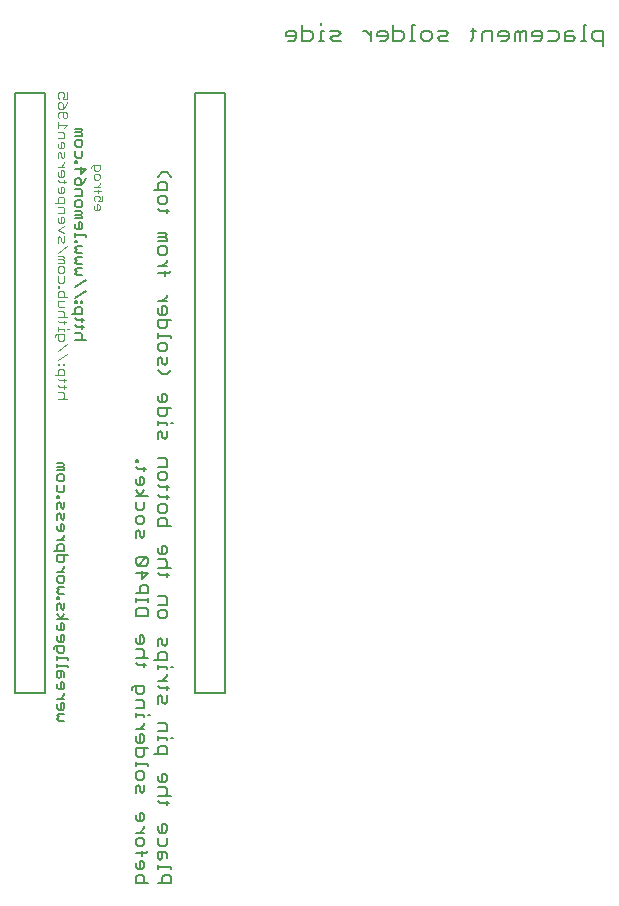
<source format=gbr>
G04 EAGLE Gerber RS-274X export*
G75*
%MOMM*%
%FSLAX34Y34*%
%LPD*%
%INSilkscreen Bottom*%
%IPPOS*%
%AMOC8*
5,1,8,0,0,1.08239X$1,22.5*%
G01*
%ADD10C,0.101600*%
%ADD11C,0.203200*%
%ADD12C,0.127000*%
%ADD13C,0.177800*%


D10*
X98457Y413260D02*
X98457Y410930D01*
X99622Y409766D01*
X101952Y409766D01*
X103117Y410930D01*
X103117Y413260D01*
X101952Y414425D01*
X100787Y414425D01*
X100787Y409766D01*
X105447Y417132D02*
X105447Y421792D01*
X105447Y417132D02*
X101952Y417132D01*
X103117Y419462D01*
X103117Y420627D01*
X101952Y421792D01*
X99622Y421792D01*
X98457Y420627D01*
X98457Y418297D01*
X99622Y417132D01*
X98457Y425663D02*
X104282Y425663D01*
X105447Y426828D01*
X101952Y426828D02*
X101952Y424498D01*
X103117Y429409D02*
X98457Y429409D01*
X100787Y429409D02*
X103117Y431739D01*
X103117Y432904D01*
X98457Y436712D02*
X98457Y439042D01*
X99622Y440207D01*
X101952Y440207D01*
X103117Y439042D01*
X103117Y436712D01*
X101952Y435547D01*
X99622Y435547D01*
X98457Y436712D01*
X96127Y445244D02*
X96127Y446409D01*
X97292Y447574D01*
X103117Y447574D01*
X103117Y444079D01*
X101952Y442914D01*
X99622Y442914D01*
X98457Y444079D01*
X98457Y447574D01*
D11*
X152781Y-160252D02*
X163458Y-160252D01*
X163458Y-154913D01*
X161679Y-153134D01*
X158120Y-153134D01*
X156340Y-154913D01*
X156340Y-160252D01*
X163458Y-148558D02*
X163458Y-146778D01*
X152781Y-146778D01*
X152781Y-144999D02*
X152781Y-148558D01*
X159899Y-138982D02*
X159899Y-135423D01*
X158120Y-133644D01*
X152781Y-133644D01*
X152781Y-138982D01*
X154561Y-140762D01*
X156340Y-138982D01*
X156340Y-133644D01*
X159899Y-127288D02*
X159899Y-121950D01*
X159899Y-127288D02*
X158120Y-129068D01*
X154561Y-129068D01*
X152781Y-127288D01*
X152781Y-121950D01*
X152781Y-115594D02*
X152781Y-112035D01*
X152781Y-115594D02*
X154561Y-117374D01*
X158120Y-117374D01*
X159899Y-115594D01*
X159899Y-112035D01*
X158120Y-110256D01*
X156340Y-110256D01*
X156340Y-117374D01*
X154561Y-92206D02*
X161679Y-92206D01*
X154561Y-92206D02*
X152781Y-90427D01*
X159899Y-90427D02*
X159899Y-93986D01*
X163458Y-86190D02*
X152781Y-86190D01*
X158120Y-86190D02*
X159899Y-84410D01*
X159899Y-80851D01*
X158120Y-79072D01*
X152781Y-79072D01*
X152781Y-72716D02*
X152781Y-69157D01*
X152781Y-72716D02*
X154561Y-74496D01*
X158120Y-74496D01*
X159899Y-72716D01*
X159899Y-69157D01*
X158120Y-67378D01*
X156340Y-67378D01*
X156340Y-74496D01*
X159899Y-51108D02*
X149222Y-51108D01*
X159899Y-51108D02*
X159899Y-45769D01*
X158120Y-43990D01*
X154561Y-43990D01*
X152781Y-45769D01*
X152781Y-51108D01*
X159899Y-39414D02*
X159899Y-37635D01*
X152781Y-37635D01*
X152781Y-39414D02*
X152781Y-35855D01*
X163458Y-37635D02*
X165238Y-37635D01*
X159899Y-31618D02*
X152781Y-31618D01*
X159899Y-31618D02*
X159899Y-26280D01*
X158120Y-24500D01*
X152781Y-24500D01*
X152781Y-8230D02*
X152781Y-2892D01*
X154561Y-1112D01*
X156340Y-2892D01*
X156340Y-6451D01*
X158120Y-8230D01*
X159899Y-6451D01*
X159899Y-1112D01*
X161679Y5243D02*
X154561Y5243D01*
X152781Y7023D01*
X159899Y7023D02*
X159899Y3464D01*
X159899Y11260D02*
X152781Y11260D01*
X156340Y11260D02*
X159899Y14819D01*
X159899Y16598D01*
X159899Y21005D02*
X159899Y22784D01*
X152781Y22784D01*
X152781Y21005D02*
X152781Y24564D01*
X163458Y22784D02*
X165238Y22784D01*
X159899Y28801D02*
X149222Y28801D01*
X159899Y28801D02*
X159899Y34139D01*
X158120Y35919D01*
X154561Y35919D01*
X152781Y34139D01*
X152781Y28801D01*
X152781Y40495D02*
X152781Y45833D01*
X154561Y47613D01*
X156340Y45833D01*
X156340Y42274D01*
X158120Y40495D01*
X159899Y42274D01*
X159899Y47613D01*
X152781Y65662D02*
X152781Y69221D01*
X154561Y71001D01*
X158120Y71001D01*
X159899Y69221D01*
X159899Y65662D01*
X158120Y63883D01*
X154561Y63883D01*
X152781Y65662D01*
X152781Y75577D02*
X159899Y75577D01*
X159899Y80915D01*
X158120Y82695D01*
X152781Y82695D01*
X154561Y100744D02*
X161679Y100744D01*
X154561Y100744D02*
X152781Y102524D01*
X159899Y102524D02*
X159899Y98965D01*
X163458Y106761D02*
X152781Y106761D01*
X158120Y106761D02*
X159899Y108540D01*
X159899Y112099D01*
X158120Y113879D01*
X152781Y113879D01*
X152781Y120234D02*
X152781Y123793D01*
X152781Y120234D02*
X154561Y118454D01*
X158120Y118454D01*
X159899Y120234D01*
X159899Y123793D01*
X158120Y125573D01*
X156340Y125573D01*
X156340Y118454D01*
X152781Y141842D02*
X163458Y141842D01*
X152781Y141842D02*
X152781Y147181D01*
X154561Y148960D01*
X158120Y148960D01*
X159899Y147181D01*
X159899Y141842D01*
X152781Y155316D02*
X152781Y158875D01*
X154561Y160654D01*
X158120Y160654D01*
X159899Y158875D01*
X159899Y155316D01*
X158120Y153536D01*
X154561Y153536D01*
X152781Y155316D01*
X154561Y167010D02*
X161679Y167010D01*
X154561Y167010D02*
X152781Y168789D01*
X159899Y168789D02*
X159899Y165230D01*
X161679Y174806D02*
X154561Y174806D01*
X152781Y176585D01*
X159899Y176585D02*
X159899Y173026D01*
X152781Y182602D02*
X152781Y186161D01*
X154561Y187940D01*
X158120Y187940D01*
X159899Y186161D01*
X159899Y182602D01*
X158120Y180822D01*
X154561Y180822D01*
X152781Y182602D01*
X152781Y192516D02*
X159899Y192516D01*
X159899Y197855D01*
X158120Y199634D01*
X152781Y199634D01*
X152781Y215904D02*
X152781Y221243D01*
X154561Y223022D01*
X156340Y221243D01*
X156340Y217684D01*
X158120Y215904D01*
X159899Y217684D01*
X159899Y223022D01*
X159899Y227598D02*
X159899Y229378D01*
X152781Y229378D01*
X152781Y231157D02*
X152781Y227598D01*
X163458Y229378D02*
X165238Y229378D01*
X163458Y242512D02*
X152781Y242512D01*
X152781Y237174D01*
X154561Y235394D01*
X158120Y235394D01*
X159899Y237174D01*
X159899Y242512D01*
X152781Y248868D02*
X152781Y252427D01*
X152781Y248868D02*
X154561Y247088D01*
X158120Y247088D01*
X159899Y248868D01*
X159899Y252427D01*
X158120Y254206D01*
X156340Y254206D01*
X156340Y247088D01*
X156340Y270476D02*
X152781Y274035D01*
X156340Y270476D02*
X159899Y270476D01*
X163458Y274035D01*
X152781Y278272D02*
X152781Y283611D01*
X154561Y285390D01*
X156340Y283611D01*
X156340Y280052D01*
X158120Y278272D01*
X159899Y280052D01*
X159899Y285390D01*
X152781Y291745D02*
X152781Y295305D01*
X154561Y297084D01*
X158120Y297084D01*
X159899Y295305D01*
X159899Y291745D01*
X158120Y289966D01*
X154561Y289966D01*
X152781Y291745D01*
X163458Y301660D02*
X163458Y303439D01*
X152781Y303439D01*
X152781Y301660D02*
X152781Y305219D01*
X152781Y316574D02*
X163458Y316574D01*
X152781Y316574D02*
X152781Y311235D01*
X154561Y309456D01*
X158120Y309456D01*
X159899Y311235D01*
X159899Y316574D01*
X152781Y322929D02*
X152781Y326488D01*
X152781Y322929D02*
X154561Y321150D01*
X158120Y321150D01*
X159899Y322929D01*
X159899Y326488D01*
X158120Y328268D01*
X156340Y328268D01*
X156340Y321150D01*
X152781Y332844D02*
X159899Y332844D01*
X156340Y332844D02*
X159899Y336403D01*
X159899Y338182D01*
X161679Y356062D02*
X152781Y356062D01*
X161679Y356062D02*
X163458Y357842D01*
X158120Y357842D02*
X158120Y354283D01*
X159899Y362079D02*
X152781Y362079D01*
X156340Y362079D02*
X159899Y365638D01*
X159899Y367417D01*
X152781Y373603D02*
X152781Y377162D01*
X154561Y378942D01*
X158120Y378942D01*
X159899Y377162D01*
X159899Y373603D01*
X158120Y371824D01*
X154561Y371824D01*
X152781Y373603D01*
X152781Y383518D02*
X159899Y383518D01*
X159899Y385297D01*
X158120Y387077D01*
X152781Y387077D01*
X158120Y387077D02*
X159899Y388856D01*
X158120Y390636D01*
X152781Y390636D01*
X154561Y408685D02*
X161679Y408685D01*
X154561Y408685D02*
X152781Y410465D01*
X159899Y410465D02*
X159899Y406906D01*
X152781Y416481D02*
X152781Y420040D01*
X154561Y421820D01*
X158120Y421820D01*
X159899Y420040D01*
X159899Y416481D01*
X158120Y414702D01*
X154561Y414702D01*
X152781Y416481D01*
X149222Y426396D02*
X159899Y426396D01*
X159899Y431734D01*
X158120Y433514D01*
X154561Y433514D01*
X152781Y431734D01*
X152781Y426396D01*
X152781Y438090D02*
X156340Y441649D01*
X159899Y441649D01*
X163458Y438090D01*
X144408Y-160252D02*
X133731Y-160252D01*
X133731Y-154913D01*
X135511Y-153134D01*
X139070Y-153134D01*
X140849Y-154913D01*
X140849Y-160252D01*
X133731Y-146778D02*
X133731Y-143219D01*
X133731Y-146778D02*
X135511Y-148558D01*
X139070Y-148558D01*
X140849Y-146778D01*
X140849Y-143219D01*
X139070Y-141440D01*
X137290Y-141440D01*
X137290Y-148558D01*
X133731Y-135084D02*
X142629Y-135084D01*
X144408Y-133305D01*
X139070Y-133305D02*
X139070Y-136864D01*
X133731Y-127288D02*
X133731Y-123729D01*
X135511Y-121950D01*
X139070Y-121950D01*
X140849Y-123729D01*
X140849Y-127288D01*
X139070Y-129068D01*
X135511Y-129068D01*
X133731Y-127288D01*
X133731Y-117374D02*
X140849Y-117374D01*
X137290Y-117374D02*
X140849Y-113815D01*
X140849Y-112035D01*
X133731Y-105849D02*
X133731Y-102290D01*
X133731Y-105849D02*
X135511Y-107629D01*
X139070Y-107629D01*
X140849Y-105849D01*
X140849Y-102290D01*
X139070Y-100511D01*
X137290Y-100511D01*
X137290Y-107629D01*
X133731Y-84241D02*
X133731Y-78902D01*
X135511Y-77123D01*
X137290Y-78902D01*
X137290Y-82461D01*
X139070Y-84241D01*
X140849Y-82461D01*
X140849Y-77123D01*
X133731Y-70767D02*
X133731Y-67208D01*
X135511Y-65429D01*
X139070Y-65429D01*
X140849Y-67208D01*
X140849Y-70767D01*
X139070Y-72547D01*
X135511Y-72547D01*
X133731Y-70767D01*
X144408Y-60853D02*
X144408Y-59074D01*
X133731Y-59074D01*
X133731Y-60853D02*
X133731Y-57294D01*
X133731Y-45939D02*
X144408Y-45939D01*
X133731Y-45939D02*
X133731Y-51278D01*
X135511Y-53057D01*
X139070Y-53057D01*
X140849Y-51278D01*
X140849Y-45939D01*
X133731Y-39584D02*
X133731Y-36025D01*
X133731Y-39584D02*
X135511Y-41363D01*
X139070Y-41363D01*
X140849Y-39584D01*
X140849Y-36025D01*
X139070Y-34245D01*
X137290Y-34245D01*
X137290Y-41363D01*
X133731Y-29669D02*
X140849Y-29669D01*
X137290Y-29669D02*
X140849Y-26110D01*
X140849Y-24331D01*
X140849Y-19924D02*
X140849Y-18145D01*
X133731Y-18145D01*
X133731Y-19924D02*
X133731Y-16365D01*
X144408Y-18145D02*
X146188Y-18145D01*
X140849Y-12128D02*
X133731Y-12128D01*
X140849Y-12128D02*
X140849Y-6790D01*
X139070Y-5010D01*
X133731Y-5010D01*
X130172Y3125D02*
X130172Y4904D01*
X131952Y6684D01*
X140849Y6684D01*
X140849Y1345D01*
X139070Y-434D01*
X135511Y-434D01*
X133731Y1345D01*
X133731Y6684D01*
X135511Y24733D02*
X142629Y24733D01*
X135511Y24733D02*
X133731Y26513D01*
X140849Y26513D02*
X140849Y22954D01*
X144408Y30750D02*
X133731Y30750D01*
X139070Y30750D02*
X140849Y32529D01*
X140849Y36088D01*
X139070Y37868D01*
X133731Y37868D01*
X133731Y44223D02*
X133731Y47782D01*
X133731Y44223D02*
X135511Y42444D01*
X139070Y42444D01*
X140849Y44223D01*
X140849Y47782D01*
X139070Y49562D01*
X137290Y49562D01*
X137290Y42444D01*
X133731Y65832D02*
X144408Y65832D01*
X133731Y65832D02*
X133731Y71170D01*
X135511Y72950D01*
X142629Y72950D01*
X144408Y71170D01*
X144408Y65832D01*
X133731Y77526D02*
X133731Y81085D01*
X133731Y79305D02*
X144408Y79305D01*
X144408Y77526D02*
X144408Y81085D01*
X144408Y85322D02*
X133731Y85322D01*
X144408Y85322D02*
X144408Y90660D01*
X142629Y92440D01*
X139070Y92440D01*
X137290Y90660D01*
X137290Y85322D01*
X133731Y102354D02*
X144408Y102354D01*
X139070Y97016D01*
X139070Y104134D01*
X135511Y108710D02*
X142629Y108710D01*
X144408Y110489D01*
X144408Y114048D01*
X142629Y115828D01*
X135511Y115828D01*
X133731Y114048D01*
X133731Y110489D01*
X135511Y108710D01*
X142629Y115828D01*
X133731Y132097D02*
X133731Y137436D01*
X135511Y139216D01*
X137290Y137436D01*
X137290Y133877D01*
X139070Y132097D01*
X140849Y133877D01*
X140849Y139216D01*
X133731Y145571D02*
X133731Y149130D01*
X135511Y150909D01*
X139070Y150909D01*
X140849Y149130D01*
X140849Y145571D01*
X139070Y143791D01*
X135511Y143791D01*
X133731Y145571D01*
X140849Y157265D02*
X140849Y162603D01*
X140849Y157265D02*
X139070Y155485D01*
X135511Y155485D01*
X133731Y157265D01*
X133731Y162603D01*
X133731Y167179D02*
X144408Y167179D01*
X137290Y167179D02*
X133731Y172518D01*
X137290Y167179D02*
X140849Y172518D01*
X133731Y178704D02*
X133731Y182263D01*
X133731Y178704D02*
X135511Y176924D01*
X139070Y176924D01*
X140849Y178704D01*
X140849Y182263D01*
X139070Y184042D01*
X137290Y184042D01*
X137290Y176924D01*
X135511Y190398D02*
X142629Y190398D01*
X135511Y190398D02*
X133731Y192177D01*
X140849Y192177D02*
X140849Y188618D01*
X135511Y196414D02*
X133731Y196414D01*
X135511Y196414D02*
X135511Y198194D01*
X133731Y198194D01*
X133731Y196414D01*
D10*
X75953Y250063D02*
X67818Y250063D01*
X71885Y250063D02*
X73241Y251419D01*
X73241Y254130D01*
X71885Y255486D01*
X67818Y255486D01*
X69174Y259838D02*
X74597Y259838D01*
X69174Y259838D02*
X67818Y261194D01*
X73241Y261194D02*
X73241Y258483D01*
X74597Y265452D02*
X69174Y265452D01*
X67818Y266807D01*
X73241Y266807D02*
X73241Y264096D01*
X73241Y269709D02*
X65106Y269709D01*
X73241Y269709D02*
X73241Y273776D01*
X71885Y275132D01*
X69174Y275132D01*
X67818Y273776D01*
X67818Y269709D01*
X73241Y278129D02*
X73241Y279484D01*
X71885Y279484D01*
X71885Y278129D01*
X73241Y278129D01*
X69174Y278129D02*
X69174Y279484D01*
X67818Y279484D01*
X67818Y278129D01*
X69174Y278129D01*
X67818Y282338D02*
X75953Y287762D01*
X75953Y296181D02*
X67818Y290758D01*
X65106Y301889D02*
X65106Y303245D01*
X66462Y304601D01*
X73241Y304601D01*
X73241Y300533D01*
X71885Y299178D01*
X69174Y299178D01*
X67818Y300533D01*
X67818Y304601D01*
X73241Y307597D02*
X73241Y308953D01*
X67818Y308953D01*
X67818Y307597D02*
X67818Y310309D01*
X75953Y308953D02*
X77309Y308953D01*
X74597Y314566D02*
X69174Y314566D01*
X67818Y315922D01*
X73241Y315922D02*
X73241Y313210D01*
X75953Y318823D02*
X67818Y318823D01*
X71885Y318823D02*
X73241Y320179D01*
X73241Y322891D01*
X71885Y324247D01*
X67818Y324247D01*
X69174Y327243D02*
X73241Y327243D01*
X69174Y327243D02*
X67818Y328599D01*
X67818Y332666D01*
X73241Y332666D01*
X75953Y335663D02*
X67818Y335663D01*
X67818Y339730D01*
X69174Y341086D01*
X71885Y341086D01*
X73241Y339730D01*
X73241Y335663D01*
X69174Y344082D02*
X67818Y344082D01*
X69174Y344082D02*
X69174Y345438D01*
X67818Y345438D01*
X67818Y344082D01*
X73241Y349648D02*
X73241Y353716D01*
X73241Y349648D02*
X71885Y348292D01*
X69174Y348292D01*
X67818Y349648D01*
X67818Y353716D01*
X67818Y358068D02*
X67818Y360779D01*
X69174Y362135D01*
X71885Y362135D01*
X73241Y360779D01*
X73241Y358068D01*
X71885Y356712D01*
X69174Y356712D01*
X67818Y358068D01*
X67818Y365132D02*
X73241Y365132D01*
X73241Y366487D01*
X71885Y367843D01*
X67818Y367843D01*
X71885Y367843D02*
X73241Y369199D01*
X71885Y370555D01*
X67818Y370555D01*
X67818Y373551D02*
X75953Y378975D01*
X67818Y381971D02*
X67818Y386038D01*
X69174Y387394D01*
X70530Y386038D01*
X70530Y383327D01*
X71885Y381971D01*
X73241Y383327D01*
X73241Y387394D01*
X73241Y390391D02*
X67818Y393102D01*
X73241Y395814D01*
X67818Y400166D02*
X67818Y402878D01*
X67818Y400166D02*
X69174Y398810D01*
X71885Y398810D01*
X73241Y400166D01*
X73241Y402878D01*
X71885Y404233D01*
X70530Y404233D01*
X70530Y398810D01*
X67818Y407230D02*
X73241Y407230D01*
X73241Y411297D01*
X71885Y412653D01*
X67818Y412653D01*
X65106Y415650D02*
X73241Y415650D01*
X73241Y419717D01*
X71885Y421073D01*
X69174Y421073D01*
X67818Y419717D01*
X67818Y415650D01*
X67818Y425425D02*
X67818Y428137D01*
X67818Y425425D02*
X69174Y424069D01*
X71885Y424069D01*
X73241Y425425D01*
X73241Y428137D01*
X71885Y429492D01*
X70530Y429492D01*
X70530Y424069D01*
X69174Y433845D02*
X74597Y433845D01*
X69174Y433845D02*
X67818Y435200D01*
X73241Y435200D02*
X73241Y432489D01*
X67818Y439458D02*
X67818Y442169D01*
X67818Y439458D02*
X69174Y438102D01*
X71885Y438102D01*
X73241Y439458D01*
X73241Y442169D01*
X71885Y443525D01*
X70530Y443525D01*
X70530Y438102D01*
X67818Y446522D02*
X73241Y446522D01*
X70530Y446522D02*
X73241Y449233D01*
X73241Y450589D01*
X67818Y453538D02*
X67818Y457605D01*
X69174Y458961D01*
X70530Y457605D01*
X70530Y454894D01*
X71885Y453538D01*
X73241Y454894D01*
X73241Y458961D01*
X67818Y463313D02*
X67818Y466025D01*
X67818Y463313D02*
X69174Y461958D01*
X71885Y461958D01*
X73241Y463313D01*
X73241Y466025D01*
X71885Y467381D01*
X70530Y467381D01*
X70530Y461958D01*
X73241Y470377D02*
X67818Y470377D01*
X73241Y470377D02*
X73241Y474445D01*
X71885Y475801D01*
X67818Y475801D01*
X73241Y478797D02*
X75953Y481509D01*
X67818Y481509D01*
X67818Y484220D02*
X67818Y478797D01*
X69174Y487217D02*
X67818Y488572D01*
X67818Y491284D01*
X69174Y492640D01*
X74597Y492640D01*
X75953Y491284D01*
X75953Y488572D01*
X74597Y487217D01*
X73241Y487217D01*
X71885Y488572D01*
X71885Y492640D01*
X74597Y498348D02*
X75953Y501060D01*
X74597Y498348D02*
X71885Y495636D01*
X69174Y495636D01*
X67818Y496992D01*
X67818Y499704D01*
X69174Y501060D01*
X70530Y501060D01*
X71885Y499704D01*
X71885Y495636D01*
X75953Y504056D02*
X75953Y509479D01*
X75953Y504056D02*
X71885Y504056D01*
X73241Y506768D01*
X73241Y508123D01*
X71885Y509479D01*
X69174Y509479D01*
X67818Y508123D01*
X67818Y505412D01*
X69174Y504056D01*
D12*
X82550Y299720D02*
X91448Y299720D01*
X88482Y301203D02*
X86999Y299720D01*
X88482Y301203D02*
X88482Y304169D01*
X86999Y305652D01*
X82550Y305652D01*
X84033Y310558D02*
X89965Y310558D01*
X84033Y310558D02*
X82550Y312041D01*
X88482Y312041D02*
X88482Y309075D01*
X89965Y316795D02*
X84033Y316795D01*
X82550Y318278D01*
X88482Y318278D02*
X88482Y315312D01*
X88482Y321549D02*
X79584Y321549D01*
X88482Y321549D02*
X88482Y325998D01*
X86999Y327480D01*
X84033Y327480D01*
X82550Y325998D01*
X82550Y321549D01*
X88482Y330904D02*
X88482Y332387D01*
X86999Y332387D01*
X86999Y330904D01*
X88482Y330904D01*
X84033Y330904D02*
X84033Y332387D01*
X82550Y332387D01*
X82550Y330904D01*
X84033Y330904D01*
X82550Y335582D02*
X91448Y341513D01*
X91448Y350868D02*
X82550Y344937D01*
X84033Y354292D02*
X88482Y354292D01*
X84033Y354292D02*
X82550Y355775D01*
X84033Y357258D01*
X82550Y358741D01*
X84033Y360224D01*
X88482Y360224D01*
X88482Y363647D02*
X84033Y363647D01*
X82550Y365130D01*
X84033Y366613D01*
X82550Y368096D01*
X84033Y369579D01*
X88482Y369579D01*
X88482Y373002D02*
X84033Y373002D01*
X82550Y374485D01*
X84033Y375968D01*
X82550Y377451D01*
X84033Y378934D01*
X88482Y378934D01*
X84033Y382357D02*
X82550Y382357D01*
X84033Y382357D02*
X84033Y383840D01*
X82550Y383840D01*
X82550Y382357D01*
X91448Y387035D02*
X91448Y388518D01*
X82550Y388518D01*
X82550Y387035D02*
X82550Y390001D01*
X82550Y394755D02*
X82550Y397721D01*
X82550Y394755D02*
X84033Y393272D01*
X86999Y393272D01*
X88482Y394755D01*
X88482Y397721D01*
X86999Y399204D01*
X85516Y399204D01*
X85516Y393272D01*
X82550Y402627D02*
X88482Y402627D01*
X88482Y404110D01*
X86999Y405593D01*
X82550Y405593D01*
X86999Y405593D02*
X88482Y407076D01*
X86999Y408559D01*
X82550Y408559D01*
X82550Y413465D02*
X82550Y416431D01*
X84033Y417914D01*
X86999Y417914D01*
X88482Y416431D01*
X88482Y413465D01*
X86999Y411982D01*
X84033Y411982D01*
X82550Y413465D01*
X82550Y421337D02*
X88482Y421337D01*
X88482Y425786D01*
X86999Y427269D01*
X82550Y427269D01*
X89965Y433658D02*
X91448Y436624D01*
X89965Y433658D02*
X86999Y430693D01*
X84033Y430693D01*
X82550Y432176D01*
X82550Y435141D01*
X84033Y436624D01*
X85516Y436624D01*
X86999Y435141D01*
X86999Y430693D01*
X82550Y444497D02*
X91448Y444497D01*
X86999Y440048D01*
X86999Y445980D01*
X84033Y449403D02*
X82550Y449403D01*
X84033Y449403D02*
X84033Y450886D01*
X82550Y450886D01*
X82550Y449403D01*
X88482Y455563D02*
X88482Y460012D01*
X88482Y455563D02*
X86999Y454081D01*
X84033Y454081D01*
X82550Y455563D01*
X82550Y460012D01*
X82550Y464919D02*
X82550Y467885D01*
X84033Y469367D01*
X86999Y469367D01*
X88482Y467885D01*
X88482Y464919D01*
X86999Y463436D01*
X84033Y463436D01*
X82550Y464919D01*
X82550Y472791D02*
X88482Y472791D01*
X88482Y474274D01*
X86999Y475757D01*
X82550Y475757D01*
X86999Y475757D02*
X88482Y477240D01*
X86999Y478723D01*
X82550Y478723D01*
X73242Y-22651D02*
X68793Y-22651D01*
X67310Y-21168D01*
X68793Y-19685D01*
X67310Y-18203D01*
X68793Y-16720D01*
X73242Y-16720D01*
X67310Y-11813D02*
X67310Y-8847D01*
X67310Y-11813D02*
X68793Y-13296D01*
X71759Y-13296D01*
X73242Y-11813D01*
X73242Y-8847D01*
X71759Y-7364D01*
X70276Y-7364D01*
X70276Y-13296D01*
X67310Y-3941D02*
X73242Y-3941D01*
X70276Y-3941D02*
X73242Y-975D01*
X73242Y508D01*
X67310Y5338D02*
X67310Y8304D01*
X67310Y5338D02*
X68793Y3855D01*
X71759Y3855D01*
X73242Y5338D01*
X73242Y8304D01*
X71759Y9787D01*
X70276Y9787D01*
X70276Y3855D01*
X73242Y14693D02*
X73242Y17659D01*
X71759Y19142D01*
X67310Y19142D01*
X67310Y14693D01*
X68793Y13210D01*
X70276Y14693D01*
X70276Y19142D01*
X76208Y22565D02*
X76208Y24048D01*
X67310Y24048D01*
X67310Y22565D02*
X67310Y25531D01*
X76208Y28802D02*
X76208Y30285D01*
X67310Y30285D01*
X67310Y28802D02*
X67310Y31768D01*
X64344Y38005D02*
X64344Y39488D01*
X65827Y40971D01*
X73242Y40971D01*
X73242Y36522D01*
X71759Y35039D01*
X68793Y35039D01*
X67310Y36522D01*
X67310Y40971D01*
X67310Y45877D02*
X67310Y48843D01*
X67310Y45877D02*
X68793Y44394D01*
X71759Y44394D01*
X73242Y45877D01*
X73242Y48843D01*
X71759Y50326D01*
X70276Y50326D01*
X70276Y44394D01*
X67310Y55232D02*
X67310Y58198D01*
X67310Y55232D02*
X68793Y53749D01*
X71759Y53749D01*
X73242Y55232D01*
X73242Y58198D01*
X71759Y59681D01*
X70276Y59681D01*
X70276Y53749D01*
X67310Y63105D02*
X76208Y63105D01*
X70276Y63105D02*
X67310Y67553D01*
X70276Y63105D02*
X73242Y67553D01*
X67310Y70901D02*
X67310Y75349D01*
X68793Y76832D01*
X70276Y75349D01*
X70276Y72383D01*
X71759Y70901D01*
X73242Y72383D01*
X73242Y76832D01*
X68793Y80256D02*
X67310Y80256D01*
X68793Y80256D02*
X68793Y81739D01*
X67310Y81739D01*
X67310Y80256D01*
X68793Y84933D02*
X73242Y84933D01*
X68793Y84933D02*
X67310Y86416D01*
X68793Y87899D01*
X67310Y89382D01*
X68793Y90865D01*
X73242Y90865D01*
X67310Y95771D02*
X67310Y98737D01*
X68793Y100220D01*
X71759Y100220D01*
X73242Y98737D01*
X73242Y95771D01*
X71759Y94289D01*
X68793Y94289D01*
X67310Y95771D01*
X67310Y103644D02*
X73242Y103644D01*
X70276Y103644D02*
X73242Y106610D01*
X73242Y108092D01*
X76208Y117371D02*
X67310Y117371D01*
X67310Y112923D01*
X68793Y111440D01*
X71759Y111440D01*
X73242Y112923D01*
X73242Y117371D01*
X73242Y120795D02*
X64344Y120795D01*
X73242Y120795D02*
X73242Y125244D01*
X71759Y126727D01*
X68793Y126727D01*
X67310Y125244D01*
X67310Y120795D01*
X67310Y130150D02*
X73242Y130150D01*
X70276Y130150D02*
X73242Y133116D01*
X73242Y134599D01*
X67310Y139429D02*
X67310Y142395D01*
X67310Y139429D02*
X68793Y137946D01*
X71759Y137946D01*
X73242Y139429D01*
X73242Y142395D01*
X71759Y143878D01*
X70276Y143878D01*
X70276Y137946D01*
X67310Y147301D02*
X67310Y151750D01*
X68793Y153233D01*
X70276Y151750D01*
X70276Y148784D01*
X71759Y147301D01*
X73242Y148784D01*
X73242Y153233D01*
X67310Y156656D02*
X67310Y161105D01*
X68793Y162588D01*
X70276Y161105D01*
X70276Y158139D01*
X71759Y156656D01*
X73242Y158139D01*
X73242Y162588D01*
X68793Y166012D02*
X67310Y166012D01*
X68793Y166012D02*
X68793Y167494D01*
X67310Y167494D01*
X67310Y166012D01*
X73242Y172172D02*
X73242Y176621D01*
X73242Y172172D02*
X71759Y170689D01*
X68793Y170689D01*
X67310Y172172D01*
X67310Y176621D01*
X67310Y181527D02*
X67310Y184493D01*
X68793Y185976D01*
X71759Y185976D01*
X73242Y184493D01*
X73242Y181527D01*
X71759Y180044D01*
X68793Y180044D01*
X67310Y181527D01*
X67310Y189400D02*
X73242Y189400D01*
X73242Y190882D01*
X71759Y192365D01*
X67310Y192365D01*
X71759Y192365D02*
X73242Y193848D01*
X71759Y195331D01*
X67310Y195331D01*
X184333Y509000D02*
X209733Y509000D01*
X184333Y509000D02*
X184333Y1000D01*
X209733Y1000D01*
X209733Y509000D01*
X57333Y509000D02*
X31933Y509000D01*
X31933Y1000D01*
X57333Y1000D01*
X57333Y509000D01*
D13*
X529336Y548213D02*
X529336Y561686D01*
X522599Y561686D01*
X520354Y559441D01*
X520354Y554950D01*
X522599Y552704D01*
X529336Y552704D01*
X515303Y566178D02*
X513058Y566178D01*
X513058Y552704D01*
X515303Y552704D02*
X510812Y552704D01*
X503702Y561686D02*
X499211Y561686D01*
X496966Y559441D01*
X496966Y552704D01*
X503702Y552704D01*
X505948Y554950D01*
X503702Y557195D01*
X496966Y557195D01*
X489670Y561686D02*
X482933Y561686D01*
X489670Y561686D02*
X491915Y559441D01*
X491915Y554950D01*
X489670Y552704D01*
X482933Y552704D01*
X475637Y552704D02*
X471146Y552704D01*
X475637Y552704D02*
X477882Y554950D01*
X477882Y559441D01*
X475637Y561686D01*
X471146Y561686D01*
X468900Y559441D01*
X468900Y557195D01*
X477882Y557195D01*
X463850Y552704D02*
X463850Y561686D01*
X461604Y561686D01*
X459359Y559441D01*
X459359Y552704D01*
X459359Y559441D02*
X457113Y561686D01*
X454867Y559441D01*
X454867Y552704D01*
X447571Y552704D02*
X443080Y552704D01*
X447571Y552704D02*
X449817Y554950D01*
X449817Y559441D01*
X447571Y561686D01*
X443080Y561686D01*
X440835Y559441D01*
X440835Y557195D01*
X449817Y557195D01*
X435784Y552704D02*
X435784Y561686D01*
X429047Y561686D01*
X426802Y559441D01*
X426802Y552704D01*
X419506Y554950D02*
X419506Y563932D01*
X419506Y554950D02*
X417260Y552704D01*
X417260Y561686D02*
X421751Y561686D01*
X398363Y552704D02*
X391627Y552704D01*
X389381Y554950D01*
X391627Y557195D01*
X396118Y557195D01*
X398363Y559441D01*
X396118Y561686D01*
X389381Y561686D01*
X382085Y552704D02*
X377594Y552704D01*
X375348Y554950D01*
X375348Y559441D01*
X377594Y561686D01*
X382085Y561686D01*
X384331Y559441D01*
X384331Y554950D01*
X382085Y552704D01*
X370298Y566178D02*
X368052Y566178D01*
X368052Y552704D01*
X365807Y552704D02*
X370298Y552704D01*
X351960Y552704D02*
X351960Y566178D01*
X351960Y552704D02*
X358697Y552704D01*
X360943Y554950D01*
X360943Y559441D01*
X358697Y561686D01*
X351960Y561686D01*
X344664Y552704D02*
X340173Y552704D01*
X344664Y552704D02*
X346910Y554950D01*
X346910Y559441D01*
X344664Y561686D01*
X340173Y561686D01*
X337928Y559441D01*
X337928Y557195D01*
X346910Y557195D01*
X332877Y552704D02*
X332877Y561686D01*
X332877Y557195D02*
X328386Y561686D01*
X326140Y561686D01*
X307150Y552704D02*
X300414Y552704D01*
X298168Y554950D01*
X300414Y557195D01*
X304905Y557195D01*
X307150Y559441D01*
X304905Y561686D01*
X298168Y561686D01*
X293118Y561686D02*
X290872Y561686D01*
X290872Y552704D01*
X293118Y552704D02*
X288626Y552704D01*
X290872Y566178D02*
X290872Y568423D01*
X274780Y566178D02*
X274780Y552704D01*
X281517Y552704D01*
X283762Y554950D01*
X283762Y559441D01*
X281517Y561686D01*
X274780Y561686D01*
X267484Y552704D02*
X262993Y552704D01*
X267484Y552704D02*
X269730Y554950D01*
X269730Y559441D01*
X267484Y561686D01*
X262993Y561686D01*
X260747Y559441D01*
X260747Y557195D01*
X269730Y557195D01*
M02*

</source>
